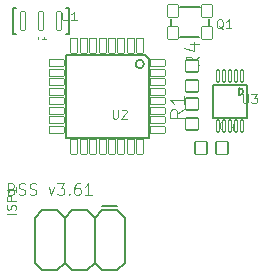
<source format=gto>
G04 #@! TF.GenerationSoftware,KiCad,Pcbnew,6.0.5-a6ca702e91~116~ubuntu20.04.1*
G04 #@! TF.CreationDate,2022-05-08T17:52:19+03:00*
G04 #@! TF.ProjectId,ict_v361,6963745f-7633-4363-912e-6b696361645f,rev?*
G04 #@! TF.SameCoordinates,Original*
G04 #@! TF.FileFunction,Legend,Top*
G04 #@! TF.FilePolarity,Positive*
%FSLAX46Y46*%
G04 Gerber Fmt 4.6, Leading zero omitted, Abs format (unit mm)*
G04 Created by KiCad (PCBNEW 6.0.5-a6ca702e91~116~ubuntu20.04.1) date 2022-05-08 17:52:19*
%MOMM*%
%LPD*%
G01*
G04 APERTURE LIST*
G04 Aperture macros list*
%AMRoundRect*
0 Rectangle with rounded corners*
0 $1 Rounding radius*
0 $2 $3 $4 $5 $6 $7 $8 $9 X,Y pos of 4 corners*
0 Add a 4 corners polygon primitive as box body*
4,1,4,$2,$3,$4,$5,$6,$7,$8,$9,$2,$3,0*
0 Add four circle primitives for the rounded corners*
1,1,$1+$1,$2,$3*
1,1,$1+$1,$4,$5*
1,1,$1+$1,$6,$7*
1,1,$1+$1,$8,$9*
0 Add four rect primitives between the rounded corners*
20,1,$1+$1,$2,$3,$4,$5,0*
20,1,$1+$1,$4,$5,$6,$7,0*
20,1,$1+$1,$6,$7,$8,$9,0*
20,1,$1+$1,$8,$9,$2,$3,0*%
G04 Aperture macros list end*
%ADD10C,0.112000*%
%ADD11C,0.081280*%
%ADD12C,0.106400*%
%ADD13C,0.076000*%
%ADD14C,0.096520*%
%ADD15C,0.115824*%
%ADD16C,0.152400*%
%ADD17C,0.203200*%
%ADD18C,0.127000*%
%ADD19RoundRect,0.063500X-0.635000X0.279400X-0.635000X-0.279400X0.635000X-0.279400X0.635000X0.279400X0*%
%ADD20RoundRect,0.063500X-0.279400X0.635000X-0.279400X-0.635000X0.279400X-0.635000X0.279400X0.635000X0*%
%ADD21RoundRect,0.063500X-0.125000X-0.500000X0.125000X-0.500000X0.125000X0.500000X-0.125000X0.500000X0*%
%ADD22RoundRect,0.063500X0.125000X0.500000X-0.125000X0.500000X-0.125000X-0.500000X0.125000X-0.500000X0*%
%ADD23RoundRect,0.063500X-0.450000X-0.550000X0.450000X-0.550000X0.450000X0.550000X-0.450000X0.550000X0*%
%ADD24RoundRect,0.063500X-0.525000X-0.540000X0.525000X-0.540000X0.525000X0.540000X-0.525000X0.540000X0*%
%ADD25C,2.006600*%
%ADD26RoundRect,0.063500X-0.550000X0.500000X-0.550000X-0.500000X0.550000X-0.500000X0.550000X0.500000X0*%
%ADD27RoundRect,0.063500X0.550000X-0.500000X0.550000X0.500000X-0.550000X0.500000X-0.550000X-0.500000X0*%
%ADD28RoundRect,0.063500X0.200000X0.800000X-0.200000X0.800000X-0.200000X-0.800000X0.200000X-0.800000X0*%
G04 APERTURE END LIST*
D10*
X141707952Y-94213009D02*
X141707952Y-94828247D01*
X141744142Y-94900628D01*
X141780333Y-94936819D01*
X141852714Y-94973009D01*
X141997476Y-94973009D01*
X142069857Y-94936819D01*
X142106047Y-94900628D01*
X142142238Y-94828247D01*
X142142238Y-94213009D01*
X142902238Y-94973009D02*
X142467952Y-94973009D01*
X142685095Y-94973009D02*
X142685095Y-94213009D01*
X142612714Y-94321580D01*
X142540333Y-94393961D01*
X142467952Y-94430152D01*
D11*
X137408020Y-109217257D02*
X137545906Y-109263219D01*
X137591868Y-109309180D01*
X137637829Y-109401104D01*
X137637829Y-109538990D01*
X137591868Y-109630914D01*
X137545906Y-109676876D01*
X137453982Y-109722838D01*
X137086287Y-109722838D01*
X137086287Y-108757638D01*
X137408020Y-108757638D01*
X137499944Y-108803600D01*
X137545906Y-108849561D01*
X137591868Y-108941485D01*
X137591868Y-109033409D01*
X137545906Y-109125333D01*
X137499944Y-109171295D01*
X137408020Y-109217257D01*
X137086287Y-109217257D01*
X138005525Y-109676876D02*
X138143410Y-109722838D01*
X138373220Y-109722838D01*
X138465144Y-109676876D01*
X138511106Y-109630914D01*
X138557068Y-109538990D01*
X138557068Y-109447066D01*
X138511106Y-109355142D01*
X138465144Y-109309180D01*
X138373220Y-109263219D01*
X138189372Y-109217257D01*
X138097448Y-109171295D01*
X138051487Y-109125333D01*
X138005525Y-109033409D01*
X138005525Y-108941485D01*
X138051487Y-108849561D01*
X138097448Y-108803600D01*
X138189372Y-108757638D01*
X138419182Y-108757638D01*
X138557068Y-108803600D01*
X138924763Y-109676876D02*
X139062648Y-109722838D01*
X139292458Y-109722838D01*
X139384382Y-109676876D01*
X139430344Y-109630914D01*
X139476306Y-109538990D01*
X139476306Y-109447066D01*
X139430344Y-109355142D01*
X139384382Y-109309180D01*
X139292458Y-109263219D01*
X139108610Y-109217257D01*
X139016687Y-109171295D01*
X138970725Y-109125333D01*
X138924763Y-109033409D01*
X138924763Y-108941485D01*
X138970725Y-108849561D01*
X139016687Y-108803600D01*
X139108610Y-108757638D01*
X139338420Y-108757638D01*
X139476306Y-108803600D01*
X140533429Y-109079371D02*
X140763239Y-109722838D01*
X140993048Y-109079371D01*
X141268820Y-108757638D02*
X141866325Y-108757638D01*
X141544591Y-109125333D01*
X141682477Y-109125333D01*
X141774401Y-109171295D01*
X141820363Y-109217257D01*
X141866325Y-109309180D01*
X141866325Y-109538990D01*
X141820363Y-109630914D01*
X141774401Y-109676876D01*
X141682477Y-109722838D01*
X141406706Y-109722838D01*
X141314782Y-109676876D01*
X141268820Y-109630914D01*
X142279982Y-109630914D02*
X142325944Y-109676876D01*
X142279982Y-109722838D01*
X142234020Y-109676876D01*
X142279982Y-109630914D01*
X142279982Y-109722838D01*
X143153258Y-108757638D02*
X142969410Y-108757638D01*
X142877487Y-108803600D01*
X142831525Y-108849561D01*
X142739601Y-108987447D01*
X142693639Y-109171295D01*
X142693639Y-109538990D01*
X142739601Y-109630914D01*
X142785563Y-109676876D01*
X142877487Y-109722838D01*
X143061334Y-109722838D01*
X143153258Y-109676876D01*
X143199220Y-109630914D01*
X143245182Y-109538990D01*
X143245182Y-109309180D01*
X143199220Y-109217257D01*
X143153258Y-109171295D01*
X143061334Y-109125333D01*
X142877487Y-109125333D01*
X142785563Y-109171295D01*
X142739601Y-109217257D01*
X142693639Y-109309180D01*
X144164420Y-109722838D02*
X143612877Y-109722838D01*
X143888648Y-109722838D02*
X143888648Y-108757638D01*
X143796725Y-108895523D01*
X143704801Y-108987447D01*
X143612877Y-109033409D01*
D12*
X145955512Y-102513109D02*
X145955512Y-103128347D01*
X145991702Y-103200728D01*
X146027893Y-103236919D01*
X146100274Y-103273109D01*
X146245036Y-103273109D01*
X146317417Y-103236919D01*
X146353607Y-103200728D01*
X146389798Y-103128347D01*
X146389798Y-102513109D01*
X146715512Y-102585490D02*
X146751702Y-102549300D01*
X146824083Y-102513109D01*
X147005036Y-102513109D01*
X147077417Y-102549300D01*
X147113607Y-102585490D01*
X147149798Y-102657871D01*
X147149798Y-102730252D01*
X147113607Y-102838823D01*
X146679321Y-103273109D01*
X147149798Y-103273109D01*
X156981712Y-101214509D02*
X156981712Y-101829747D01*
X157017902Y-101902128D01*
X157054093Y-101938319D01*
X157126474Y-101974509D01*
X157271236Y-101974509D01*
X157343617Y-101938319D01*
X157379807Y-101902128D01*
X157415998Y-101829747D01*
X157415998Y-101214509D01*
X157705521Y-101214509D02*
X158175998Y-101214509D01*
X157922664Y-101504033D01*
X158031236Y-101504033D01*
X158103617Y-101540223D01*
X158139807Y-101576414D01*
X158175998Y-101648795D01*
X158175998Y-101829747D01*
X158139807Y-101902128D01*
X158103617Y-101938319D01*
X158031236Y-101974509D01*
X157814093Y-101974509D01*
X157741712Y-101938319D01*
X157705521Y-101902128D01*
X155316779Y-95700090D02*
X155244398Y-95663900D01*
X155172017Y-95591519D01*
X155063445Y-95482947D01*
X154991064Y-95446757D01*
X154918683Y-95446757D01*
X154954874Y-95627709D02*
X154882493Y-95591519D01*
X154810112Y-95519138D01*
X154773921Y-95374376D01*
X154773921Y-95121042D01*
X154810112Y-94976280D01*
X154882493Y-94903900D01*
X154954874Y-94867709D01*
X155099636Y-94867709D01*
X155172017Y-94903900D01*
X155244398Y-94976280D01*
X155280588Y-95121042D01*
X155280588Y-95374376D01*
X155244398Y-95519138D01*
X155172017Y-95591519D01*
X155099636Y-95627709D01*
X154954874Y-95627709D01*
X156004398Y-95627709D02*
X155570112Y-95627709D01*
X155787255Y-95627709D02*
X155787255Y-94867709D01*
X155714874Y-94976280D01*
X155642493Y-95048661D01*
X155570112Y-95084852D01*
X155498198Y-104173328D02*
X155462007Y-104209519D01*
X155353436Y-104245709D01*
X155281055Y-104245709D01*
X155172483Y-104209519D01*
X155100102Y-104137138D01*
X155063912Y-104064757D01*
X155027721Y-103919995D01*
X155027721Y-103811423D01*
X155063912Y-103666661D01*
X155100102Y-103594280D01*
X155172483Y-103521900D01*
X155281055Y-103485709D01*
X155353436Y-103485709D01*
X155462007Y-103521900D01*
X155498198Y-103558090D01*
X156149626Y-103739042D02*
X156149626Y-104245709D01*
X155968674Y-103449519D02*
X155787721Y-103992376D01*
X156258198Y-103992376D01*
D13*
X137747109Y-111327247D02*
X136987109Y-111327247D01*
X137710919Y-111001533D02*
X137747109Y-110892961D01*
X137747109Y-110712009D01*
X137710919Y-110639628D01*
X137674728Y-110603438D01*
X137602347Y-110567247D01*
X137529966Y-110567247D01*
X137457585Y-110603438D01*
X137421395Y-110639628D01*
X137385204Y-110712009D01*
X137349014Y-110856771D01*
X137312823Y-110929152D01*
X137276633Y-110965342D01*
X137204252Y-111001533D01*
X137131871Y-111001533D01*
X137059490Y-110965342D01*
X137023300Y-110929152D01*
X136987109Y-110856771D01*
X136987109Y-110675819D01*
X137023300Y-110567247D01*
X137747109Y-110241533D02*
X136987109Y-110241533D01*
X136987109Y-109952009D01*
X137023300Y-109879628D01*
X137059490Y-109843438D01*
X137131871Y-109807247D01*
X137240442Y-109807247D01*
X137312823Y-109843438D01*
X137349014Y-109879628D01*
X137385204Y-109952009D01*
X137385204Y-110241533D01*
X137747109Y-109083438D02*
X137747109Y-109517723D01*
X137747109Y-109300580D02*
X136987109Y-109300580D01*
X137095680Y-109372961D01*
X137168061Y-109445342D01*
X137204252Y-109517723D01*
D14*
X153278647Y-98029171D02*
X152704123Y-98431338D01*
X153278647Y-98718600D02*
X152072147Y-98718600D01*
X152072147Y-98258981D01*
X152129600Y-98144076D01*
X152187052Y-98086623D01*
X152301957Y-98029171D01*
X152474314Y-98029171D01*
X152589219Y-98086623D01*
X152646671Y-98144076D01*
X152704123Y-98258981D01*
X152704123Y-98718600D01*
X152474314Y-96995028D02*
X153278647Y-96995028D01*
X152014695Y-97282290D02*
X152876480Y-97569552D01*
X152876480Y-96822671D01*
X152008647Y-102499171D02*
X151434123Y-102901338D01*
X152008647Y-103188600D02*
X150802147Y-103188600D01*
X150802147Y-102728981D01*
X150859600Y-102614076D01*
X150917052Y-102556623D01*
X151031957Y-102499171D01*
X151204314Y-102499171D01*
X151319219Y-102556623D01*
X151376671Y-102614076D01*
X151434123Y-102728981D01*
X151434123Y-103188600D01*
X152008647Y-101350123D02*
X152008647Y-102039552D01*
X152008647Y-101694838D02*
X150802147Y-101694838D01*
X150974504Y-101809742D01*
X151089409Y-101924647D01*
X151146861Y-102039552D01*
D15*
X139625328Y-96224251D02*
X139625328Y-96500022D01*
X139432288Y-95920902D02*
X139625328Y-96224251D01*
X139818368Y-95920902D01*
X140314757Y-96500022D02*
X139983831Y-96500022D01*
X140149294Y-96500022D02*
X140149294Y-95920902D01*
X140094140Y-96003634D01*
X140038985Y-96058788D01*
X139983831Y-96086365D01*
D16*
X148603500Y-98660400D02*
G75*
G03*
X148603500Y-98660400I-359200J0D01*
G01*
X149006100Y-98253600D02*
X148651100Y-97898600D01*
X149006100Y-98253600D02*
X149006100Y-104908600D01*
X141996100Y-97898600D02*
X148651100Y-97898600D01*
X141996100Y-104908600D02*
X141996100Y-97898600D01*
X149006100Y-104908600D02*
X141996100Y-104908600D01*
D17*
X156691000Y-101305200D02*
X156691000Y-100705200D01*
X156691000Y-101305200D02*
G75*
G03*
X156691000Y-100705200I0J300000D01*
G01*
X157291000Y-100405200D02*
X157291000Y-103205200D01*
X154491000Y-100405200D02*
X157291000Y-100405200D01*
X154491000Y-103205200D02*
X154491000Y-100405200D01*
X157291000Y-103205200D02*
X154491000Y-103205200D01*
D18*
X154101100Y-94853600D02*
X154101100Y-95353600D01*
X150901100Y-94853600D02*
X150901100Y-95353600D01*
X151681100Y-96353600D02*
X153281100Y-96353600D01*
X151681100Y-93853600D02*
X153331100Y-93853600D01*
D17*
X145066100Y-110698600D02*
X146336100Y-110698600D01*
X146336100Y-111033600D02*
X145066100Y-111033600D01*
X143796100Y-111033600D02*
X142526100Y-111033600D01*
X141256100Y-111033600D02*
X139986100Y-111033600D01*
X139351100Y-115478600D02*
X139351100Y-111668600D01*
X141891100Y-115478600D02*
X141891100Y-111668600D01*
X144431100Y-115478600D02*
X144431100Y-111668600D01*
X139986100Y-116113600D02*
X139351100Y-115478600D01*
X141256100Y-116113600D02*
X139986100Y-116113600D01*
X141891100Y-115478600D02*
X141256100Y-116113600D01*
X142526100Y-116113600D02*
X141891100Y-115478600D01*
X143796100Y-116113600D02*
X142526100Y-116113600D01*
X144431100Y-115478600D02*
X143796100Y-116113600D01*
X145066100Y-116113600D02*
X144431100Y-115478600D01*
X146336100Y-116113600D02*
X145066100Y-116113600D01*
X146971100Y-115478600D02*
X146336100Y-116113600D01*
X146971100Y-111668600D02*
X146971100Y-115478600D01*
X139986100Y-111033600D02*
X139351100Y-111668600D01*
X141891100Y-111668600D02*
X141256100Y-111033600D01*
X142526100Y-111033600D02*
X141891100Y-111668600D01*
X144431100Y-111668600D02*
X143796100Y-111033600D01*
X145066100Y-111033600D02*
X144431100Y-111668600D01*
X146971100Y-111668600D02*
X146336100Y-111033600D01*
X137551100Y-93903600D02*
X137801100Y-93903600D01*
X137551100Y-96103600D02*
X137801100Y-96103600D01*
X137551100Y-93903600D02*
X137551100Y-96103600D01*
X142001100Y-93903600D02*
X142251100Y-93903600D01*
X142001100Y-96103600D02*
X142251100Y-96103600D01*
X142251100Y-93903600D02*
X142251100Y-96103600D01*
%LPC*%
G36*
X141901100Y-94303600D02*
G01*
X140901100Y-94303600D01*
X140901100Y-93603600D01*
X141901100Y-93603600D01*
X141901100Y-94303600D01*
G37*
G36*
X140401100Y-94303600D02*
G01*
X139401100Y-94303600D01*
X139401100Y-93603600D01*
X140401100Y-93603600D01*
X140401100Y-94303600D01*
G37*
G36*
X138901100Y-94303600D02*
G01*
X137901100Y-94303600D01*
X137901100Y-93603600D01*
X138901100Y-93603600D01*
X138901100Y-94303600D01*
G37*
G36*
X138901100Y-96403600D02*
G01*
X137901100Y-96403600D01*
X137901100Y-95703600D01*
X138901100Y-95703600D01*
X138901100Y-96403600D01*
G37*
G36*
X140401100Y-96403600D02*
G01*
X139401100Y-96403600D01*
X139401100Y-95703600D01*
X140401100Y-95703600D01*
X140401100Y-96403600D01*
G37*
G36*
X141901100Y-96403600D02*
G01*
X140901100Y-96403600D01*
X140901100Y-95703600D01*
X141901100Y-95703600D01*
X141901100Y-96403600D01*
G37*
D19*
X149793700Y-98603600D03*
X149793700Y-99403600D03*
X149793700Y-100203600D03*
X149793700Y-101003600D03*
X149793700Y-101803600D03*
X149793700Y-102603600D03*
X149793700Y-103403600D03*
X149793700Y-104203600D03*
D20*
X148301100Y-105696200D03*
X147501100Y-105696200D03*
X146701100Y-105696200D03*
X145901100Y-105696200D03*
X145101100Y-105696200D03*
X144301100Y-105696200D03*
X143501100Y-105696200D03*
X142701100Y-105696200D03*
D19*
X141208500Y-104203600D03*
X141208500Y-103403600D03*
X141208500Y-102603600D03*
X141208500Y-101803600D03*
X141208500Y-101003600D03*
X141208500Y-100203600D03*
X141208500Y-99403600D03*
X141208500Y-98603600D03*
D20*
X142701100Y-97111000D03*
X143501100Y-97111000D03*
X144301100Y-97111000D03*
X145101100Y-97111000D03*
X145901100Y-97111000D03*
X146701100Y-97111000D03*
X147501100Y-97111000D03*
X148301100Y-97111000D03*
D21*
X156891000Y-103918300D03*
X156391000Y-103918300D03*
X155891000Y-103918300D03*
X155391000Y-103918300D03*
X154891000Y-103918300D03*
D22*
X154891000Y-99692100D03*
X155391000Y-99692100D03*
X155891000Y-99692100D03*
X156391000Y-99692100D03*
X156891000Y-99692100D03*
D23*
X151101100Y-96003600D03*
X153901100Y-94203600D03*
X153901100Y-96003600D03*
X151101100Y-94203600D03*
D24*
X155176100Y-105803600D03*
X153426100Y-105803600D03*
D25*
X140621100Y-114843600D03*
X140621100Y-112303600D03*
X143161100Y-114843600D03*
X143161100Y-112303600D03*
X145701100Y-114843600D03*
X145701100Y-112303600D03*
D26*
X152701100Y-100553600D03*
X152701100Y-98853600D03*
D27*
X152701100Y-102053600D03*
X152701100Y-103753600D03*
D28*
X138401100Y-95003600D03*
X139901100Y-95003600D03*
X141401100Y-95003600D03*
M02*

</source>
